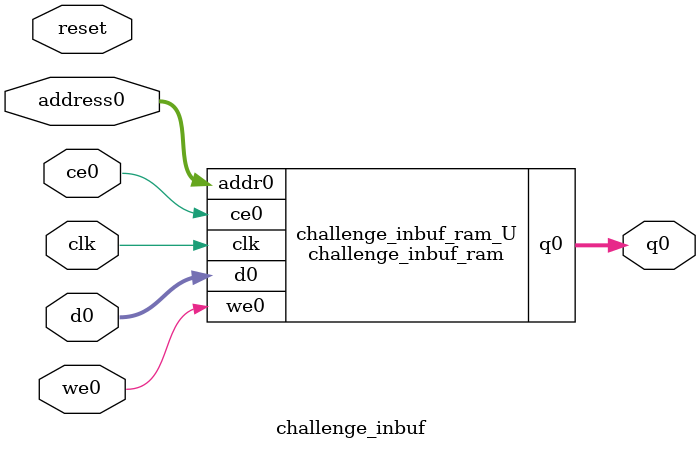
<source format=v>

`timescale 1 ns / 1 ps
module challenge_inbuf_ram (addr0, ce0, d0, we0, q0,  clk);

parameter DWIDTH = 8;
parameter AWIDTH = 10;
parameter MEM_SIZE = 688;

input[AWIDTH-1:0] addr0;
input ce0;
input[DWIDTH-1:0] d0;
input we0;
output reg[DWIDTH-1:0] q0;
input clk;

(* ram_style = "block" *)reg [DWIDTH-1:0] ram[0:MEM_SIZE-1];




always @(posedge clk)  
begin 
    if (ce0) 
    begin
        if (we0) 
        begin 
            ram[addr0] <= d0; 
            q0 <= d0;
        end 
        else 
            q0 <= ram[addr0];
    end
end


endmodule


`timescale 1 ns / 1 ps
module challenge_inbuf(
    reset,
    clk,
    address0,
    ce0,
    we0,
    d0,
    q0);

parameter DataWidth = 32'd8;
parameter AddressRange = 32'd688;
parameter AddressWidth = 32'd10;
input reset;
input clk;
input[AddressWidth - 1:0] address0;
input ce0;
input we0;
input[DataWidth - 1:0] d0;
output[DataWidth - 1:0] q0;



challenge_inbuf_ram challenge_inbuf_ram_U(
    .clk( clk ),
    .addr0( address0 ),
    .ce0( ce0 ),
    .we0( we0 ),
    .d0( d0 ),
    .q0( q0 ));

endmodule


</source>
